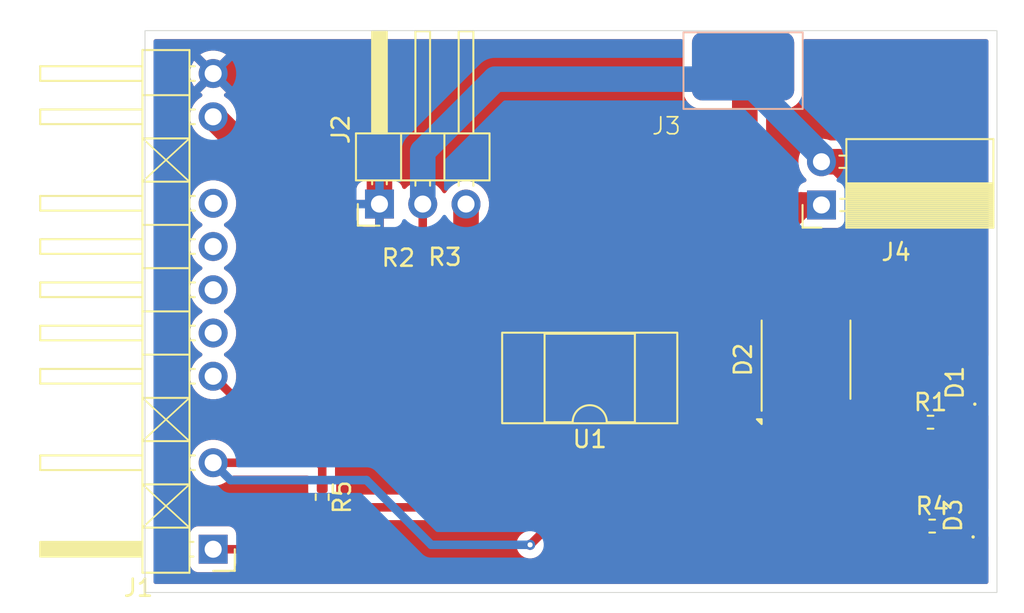
<source format=kicad_pcb>
(kicad_pcb (version 20241229) (generator "pcbnew") (generator_version "9.0")
  (layers (0 "F.Cu" signal) (2 "B.Cu" signal) (13 "F.Paste" user) (15 "B.Paste" user) (5 "F.SilkS" user "F.Silkscreen") (7 "B.SilkS" user "B.Silkscreen") (1 "F.Mask" user) (3 "B.Mask" user) (25 "Edge.Cuts" user))
  (net 0 "")
  (net 1 "Net-(D1-K)")
  (net 2 "Net-(D1-A)")
  (net 3 "Net-(D2-+)")
  (net 4 "Net-(D2--)")
  (net 5 "Net-(J2-Pin_2)")
  (net 6 "Net-(J3-Pin_1)")
  (net 7 "O")
  (net 8 "Net-(D3-K)")
  (net 9 "/GND")
  (net 10 "/+24V")
  (net 11 "GND1")
  (net 13 "+5V")
  (footprint "Resistor_SMD:R_0402_1005Metric_Pad0.72x0.64mm_HandSolder" (layer "F.Cu") (at 110.4 77.4025 -90)
    (property "Reference" "R5" (at 0 -1.17 90) (layer "F.SilkS"))
    (property "Value" "10k")
    (fp_line (start -0.167621 0.38) (end 0.167621 0.38) (stroke (width 0.12)) (layer "F.SilkS"))
    (fp_line (start -0.167621 -0.38) (end 0.167621 -0.38) (stroke (width 0.12)) (layer "F.SilkS"))
    (pad "1" smd roundrect (at -0.5975 0 270) (size 0.715 0.64) (layers "F.Cu" "F.Mask" "F.Paste") (net 11 "GND1"))
    (pad "2" smd roundrect (at 0.5975 0 270) (size 0.715 0.64) (layers "F.Cu" "F.Mask" "F.Paste") (net 7 "O"))
  )
  (footprint "Package_DIP:DIP-4_W7.62mm_SMDSocket_SmallPads" (layer "F.Cu") (at 126.1 70.4 180)
    (property "Reference" "U1" (at 0 -3.6 0) (layer "F.SilkS"))
    (property "Value" "PC817")
    (fp_line (start 2.65 2.6) (end 2.65 -2.6) (stroke (width 0.12)) (layer "F.SilkS"))
    (fp_line (start 2.65 -2.6) (end 1 -2.6) (stroke (width 0.12)) (layer "F.SilkS"))
    (fp_line (start -1 -2.6) (end -2.65 -2.6) (stroke (width 0.12)) (layer "F.SilkS"))
    (fp_line (start -2.65 2.6) (end 2.65 2.6) (stroke (width 0.12)) (layer "F.SilkS"))
    (fp_line (start -2.65 -2.6) (end -2.65 2.6) (stroke (width 0.12)) (layer "F.SilkS"))
    (fp_rect (start -5.14 -2.66) (end 5.14 2.66) (stroke (width 0.12)) (fill no) (layer "F.SilkS"))
    (fp_arc (start 1 -2.6) (mid 0 -1.6) (end -1 -2.6) (stroke (width 0.12)) (layer "F.SilkS"))
    (pad "1" smd roundrect (at -3.81 -1.27 180) (size 1.6 1.6) (layers "F.Cu" "F.Mask" "F.Paste") (roundrect_rratio 0.15625) (net 3 "Net-(D2-+)"))
    (pad "2" smd roundrect (at -3.81 1.27 180) (size 1.6 1.6) (layers "F.Cu" "F.Mask" "F.Paste") (roundrect_rratio 0.15625) (net 2 "Net-(D1-A)"))
    (pad "3" smd roundrect (at 3.81 1.27 180) (size 1.6 1.6) (layers "F.Cu" "F.Mask" "F.Paste") (roundrect_rratio 0.15625) (net 7 "O"))
    (pad "4" smd roundrect (at 3.81 -1.27 180) (size 1.6 1.6) (layers "F.Cu" "F.Mask" "F.Paste") (roundrect_rratio 0.15625) (net 13 "+5V"))
  )
  (footprint "LED_SMD:LED_0402_1005Metric_Pad0.77x0.64mm_HandSolder" (layer "F.Cu") (at 148.7 70.6725 90)
    (property "Reference" "D1" (at 0 -1.17 90) (layer "F.SilkS"))
    (property "Value" "LED")
    (fp_circle (center -1.265 0) (end -1.215 0) (stroke (width 0.1)) (fill no) (layer "F.SilkS"))
    (pad "1" smd roundrect (at -0.5725 0 90) (size 0.765 0.64) (layers "F.Cu" "F.Mask" "F.Paste") (net 1 "Net-(D1-K)"))
    (pad "2" smd roundrect (at 0.5725 0 90) (size 0.765 0.64) (layers "F.Cu" "F.Mask" "F.Paste") (net 2 "Net-(D1-A)"))
  )
  (footprint "Resistor_SMD:R_0201_0603Metric_Pad0.64x0.40mm_HandSolder" (layer "F.Cu") (at 117.6 62.3)
    (property "Reference" "R3" (at 0 1 0) (layer "F.SilkS"))
    (property "Value" "R")
    (pad "1" smd roundrect (at -0.4075 0) (size 0.635 0.4) (layers "F.Cu" "F.Mask") (net 5 "Net-(J2-Pin_2)"))
    (pad "2" smd roundrect (at 0.4075 0) (size 0.635 0.4) (layers "F.Cu" "F.Mask") (net 10 "/+24V"))
  )
  (footprint "Resistor_SMD:R_0402_1005Metric_Pad0.72x0.64mm_HandSolder" (layer "F.Cu") (at 146.1975 79.1)
    (property "Reference" "R4" (at 0 -1.17 0) (layer "F.SilkS"))
    (property "Value" "220")
    (fp_line (start -0.167621 -0.38) (end 0.167621 -0.38) (stroke (width 0.12)) (layer "F.SilkS"))
    (fp_line (start -0.167621 0.38) (end 0.167621 0.38) (stroke (width 0.12)) (layer "F.SilkS"))
    (pad "1" smd roundrect (at -0.5975 0) (size 0.715 0.64) (layers "F.Cu" "F.Mask" "F.Paste") (net 11 "GND1"))
    (pad "2" smd roundrect (at 0.5975 0) (size 0.715 0.64) (layers "F.Cu" "F.Mask" "F.Paste") (net 8 "Net-(D3-K)"))
  )
  (footprint "Connector_PinSocket_2.54mm:PinSocket_1x02_P2.54mm_Horizontal" (layer "F.Cu") (at 139.7 60.24 180)
    (property "Reference" "J4" (at -4.38 -2.77 0) (layer "F.SilkS"))
    (property "Value" "Conn_01x02_Socket")
    (fp_line (start 1.11 -1.33) (end 1.11 0) (stroke (width 0.12)) (layer "F.SilkS"))
    (fp_line (start 0 -1.33) (end 1.11 -1.33) (stroke (width 0.12)) (layer "F.SilkS"))
    (fp_line (start -1.46 2.9) (end -1.05 2.9) (stroke (width 0.12)) (layer "F.SilkS"))
    (fp_line (start -1.46 2.18) (end -1.05 2.18) (stroke (width 0.12)) (layer "F.SilkS"))
    (fp_line (start -1.46 0.36) (end -1.11 0.36) (stroke (width 0.12)) (layer "F.SilkS"))
    (fp_line (start -1.46 -0.36) (end -1.11 -0.36) (stroke (width 0.12)) (layer "F.SilkS"))
    (fp_line (start -1.46 -1.33) (end -1.46 3.87) (stroke (width 0.12)) (layer "F.SilkS"))
    (fp_line (start -10.09 3.87) (end -1.46 3.87) (stroke (width 0.12)) (layer "F.SilkS"))
    (fp_line (start -10.09 1.27) (end -1.46 1.27) (stroke (width 0.12)) (layer "F.SilkS"))
    (fp_line (start -10.09 1.1519) (end -1.46 1.1519) (stroke (width 0.12)) (layer "F.SilkS"))
    (fp_line (start -10.09 1.033805) (end -1.46 1.033805) (stroke (width 0.12)) (layer "F.SilkS"))
    (fp_line (start -10.09 0.91571) (end -1.46 0.91571) (stroke (width 0.12)) (layer "F.SilkS"))
    (fp_line (start -10.09 0.797615) (end -1.46 0.797615) (stroke (width 0.12)) (layer "F.SilkS"))
    (fp_line (start -10.09 0.67952) (end -1.46 0.67952) (stroke (width 0.12)) (layer "F.SilkS"))
    (fp_line (start -10.09 0.561425) (end -1.46 0.561425) (stroke (width 0.12)) (layer "F.SilkS"))
    (fp_line (start -10.09 0.44333) (end -1.46 0.44333) (stroke (width 0.12)) (layer "F.SilkS"))
    (fp_line (start -10.09 0.325235) (end -1.46 0.325235) (stroke (width 0.12)) (layer "F.SilkS"))
    (fp_line (start -10.09 0.20714) (end -1.46 0.20714) (stroke (width 0.12)) (layer "F.SilkS"))
    (fp_line (start -10.09 0.089045) (end -1.46 0.089045) (stroke (width 0.12)) (layer "F.SilkS"))
    (fp_line (start -10.09 -0.02905) (end -1.46 -0.02905) (stroke (width 0.12)) (layer "F.SilkS"))
    (fp_line (start -10.09 -0.147145) (end -1.46 -0.147145) (stroke (width 0.12)) (layer "F.SilkS"))
    (fp_line (start -10.09 -0.26524) (end -1.46 -0.26524) (stroke (width 0.12)) (layer "F.SilkS"))
    (fp_line (start -10.09 -0.383335) (end -1.46 -0.383335) (stroke (width 0.12)) (layer "F.SilkS"))
    (fp_line (start -10.09 -0.50143) (end -1.46 -0.50143) (stroke (width 0.12)) (layer "F.SilkS"))
    (fp_line (start -10.09 -0.619525) (end -1.46 -0.619525) (stroke (width 0.12)) (layer "F.SilkS"))
    (fp_line (start -10.09 -0.73762) (end -1.46 -0.73762) (stroke (width 0.12)) (layer "F.SilkS"))
    (fp_line (start -10.09 -0.855715) (end -1.46 -0.855715) (stroke (width 0.12)) (layer "F.SilkS"))
    (fp_line (start -10.09 -0.97381) (end -1.46 -0.97381) (stroke (width 0.12)) (layer "F.SilkS"))
    (fp_line (start -10.09 -1.091905) (end -1.46 -1.091905) (stroke (width 0.12)) (layer "F.SilkS"))
    (fp_line (start -10.09 -1.21) (end -1.46 -1.21) (stroke (width 0.12)) (layer "F.SilkS"))
    (fp_line (start -10.09 -1.33) (end -1.46 -1.33) (stroke (width 0.12)) (layer "F.SilkS"))
    (fp_line (start -10.09 -1.33) (end -10.09 3.87) (stroke (width 0.12)) (layer "F.SilkS"))
    (pad "1" thru_hole rect (at 0 0 180) (size 1.7 1.7) (drill 1) (layers "*.Cu" "*.Mask") (net 6 "Net-(J3-Pin_1)"))
    (pad "2" thru_hole circle (at 0 2.54 180) (size 1.7 1.7) (drill 1) (layers "*.Cu" "*.Mask") (net 5 "Net-(J2-Pin_2)"))
  )
  (footprint "tuxmio:IO_GPP_PinHeader_1x12_P2.54mm_Horizontal" (layer "F.Cu") (at 104 80.46 180)
    (property "Reference" "J1" (at 4.385 -2.27 0) (layer "F.SilkS"))
    (property "Value" "GPP_Conn_01x12_Pin")
    (fp_line (start 10.15 28.37) (end 4.15 28.37) (stroke (width 0.12)) (layer "F.SilkS"))
    (fp_line (start 10.15 27.51) (end 10.15 28.37) (stroke (width 0.12)) (layer "F.SilkS"))
    (fp_line (start 10.15 25.83) (end 4.15 25.83) (stroke (width 0.12)) (layer "F.SilkS"))
    (fp_line (start 10.15 24.97) (end 10.15 25.83) (stroke (width 0.12)) (layer "F.SilkS"))
    (fp_line (start 10.15 20.75) (end 4.15 20.75) (stroke (width 0.12)) (layer "F.SilkS"))
    (fp_line (start 10.15 19.89) (end 10.15 20.75) (stroke (width 0.12)) (layer "F.SilkS"))
    (fp_line (start 10.15 18.21) (end 4.15 18.21) (stroke (width 0.12)) (layer "F.SilkS"))
    (fp_line (start 10.15 17.35) (end 10.15 18.21) (stroke (width 0.12)) (layer "F.SilkS"))
    (fp_line (start 10.15 15.67) (end 4.15 15.67) (stroke (width 0.12)) (layer "F.SilkS"))
    (fp_line (start 10.15 14.81) (end 10.15 15.67) (stroke (width 0.12)) (layer "F.SilkS"))
    (fp_line (start 10.15 13.13) (end 4.15 13.13) (stroke (width 0.12)) (layer "F.SilkS"))
    (fp_line (start 10.15 12.27) (end 10.15 13.13) (stroke (width 0.12)) (layer "F.SilkS"))
    (fp_line (start 10.15 10.59) (end 4.15 10.59) (stroke (width 0.12)) (layer "F.SilkS"))
    (fp_line (start 10.15 9.73) (end 10.15 10.59) (stroke (width 0.12)) (layer "F.SilkS"))
    (fp_line (start 10.15 5.51) (end 4.15 5.51) (stroke (width 0.12)) (layer "F.SilkS"))
    (fp_line (start 10.15 4.65) (end 10.15 5.51) (stroke (width 0.12)) (layer "F.SilkS"))
    (fp_line (start 4.15 29.32) (end 4.15 -1.38) (stroke (width 0.12)) (layer "F.SilkS"))
    (fp_line (start 4.15 27.51) (end 10.15 27.51) (stroke (width 0.12)) (layer "F.SilkS"))
    (fp_line (start 4.15 24.97) (end 10.15 24.97) (stroke (width 0.12)) (layer "F.SilkS"))
    (fp_line (start 4.15 21.59) (end 1.39 24.13) (stroke (width 0.1)) (layer "F.SilkS"))
    (fp_line (start 4.15 19.89) (end 10.15 19.89) (stroke (width 0.12)) (layer "F.SilkS"))
    (fp_line (start 4.15 17.35) (end 10.15 17.35) (stroke (width 0.12)) (layer "F.SilkS"))
    (fp_line (start 4.15 14.81) (end 10.15 14.81) (stroke (width 0.12)) (layer "F.SilkS"))
    (fp_line (start 4.15 12.27) (end 10.15 12.27) (stroke (width 0.12)) (layer "F.SilkS"))
    (fp_line (start 4.15 9.73) (end 10.15 9.73) (stroke (width 0.12)) (layer "F.SilkS"))
    (fp_line (start 4.15 6.35) (end 1.39 8.89) (stroke (width 0.1)) (layer "F.SilkS"))
    (fp_line (start 4.15 4.65) (end 10.15 4.65) (stroke (width 0.12)) (layer "F.SilkS"))
    (fp_line (start 4.15 1.27) (end 1.39 3.81) (stroke (width 0.1)) (layer "F.SilkS"))
    (fp_line (start 4.15 -1.38) (end 1.39 -1.38) (stroke (width 0.12)) (layer "F.SilkS"))
    (fp_line (start 1.39 29.32) (end 4.15 29.32) (stroke (width 0.12)) (layer "F.SilkS"))
    (fp_line (start 1.39 26.67) (end 4.15 26.67) (stroke (width 0.12)) (layer "F.SilkS"))
    (fp_line (start 1.39 24.13) (end 4.15 24.13) (stroke (width 0.12)) (layer "F.SilkS"))
    (fp_line (start 1.39 21.59) (end 4.15 21.59) (stroke (width 0.12)) (layer "F.SilkS"))
    (fp_line (start 1.39 21.59) (end 4.140788 24.13) (stroke (width 0.1)) (layer "F.SilkS"))
    (fp_line (start 1.39 19.05) (end 4.15 19.05) (stroke (width 0.12)) (layer "F.SilkS"))
    (fp_line (start 1.39 16.51) (end 4.15 16.51) (stroke (width 0.12)) (layer "F.SilkS"))
    (fp_line (start 1.39 13.97) (end 4.15 13.97) (stroke (width 0.12)) (layer "F.SilkS"))
    (fp_line (start 1.39 11.43) (end 4.15 11.43) (stroke (width 0.12)) (layer "F.SilkS"))
    (fp_line (start 1.39 8.89) (end 4.15 8.89) (stroke (width 0.12)) (layer "F.SilkS"))
    (fp_line (start 1.39 6.35) (end 4.15 8.89) (stroke (width 0.1)) (layer "F.SilkS"))
    (fp_line (start 1.39 6.35) (end 4.15 6.35) (stroke (width 0.12)) (layer "F.SilkS"))
    (fp_line (start 1.39 3.81) (end 4.15 3.81) (stroke (width 0.12)) (layer "F.SilkS"))
    (fp_line (start 1.39 1.27) (end 4.15 3.81) (stroke (width 0.1)) (layer "F.SilkS"))
    (fp_line (start 1.39 1.27) (end 4.15 1.27) (stroke (width 0.12)) (layer "F.SilkS"))
    (fp_line (start 1.39 -1.38) (end 1.39 29.32) (stroke (width 0.12)) (layer "F.SilkS"))
    (fp_line (start 1.16 0.43) (end 1.39 0.43) (stroke (width 0.12)) (layer "F.SilkS"))
    (fp_line (start 1.16 -0.43) (end 1.39 -0.43) (stroke (width 0.12)) (layer "F.SilkS"))
    (fp_line (start 1.077358 28.37) (end 1.39 28.37) (stroke (width 0.12)) (layer "F.SilkS"))
    (fp_line (start 1.077358 27.51) (end 1.39 27.51) (stroke (width 0.12)) (layer "F.SilkS"))
    (fp_line (start 1.077358 25.83) (end 1.39 25.83) (stroke (width 0.12)) (layer "F.SilkS"))
    (fp_line (start 1.077358 24.97) (end 1.39 24.97) (stroke (width 0.12)) (layer "F.SilkS"))
    (fp_line (start 1.077358 20.75) (end 1.39 20.75) (stroke (width 0.12)) (layer "F.SilkS"))
    (fp_line (start 1.077358 19.89) (end 1.39 19.89) (stroke (width 0.12)) (layer "F.SilkS"))
    (fp_line (start 1.077358 18.21) (end 1.39 18.21) (stroke (width 0.12)) (layer "F.SilkS"))
    (fp_line (start 1.077358 17.35) (end 1.39 17.35) (stroke (width 0.12)) (layer "F.SilkS"))
    (fp_line (start 1.077358 15.67) (end 1.39 15.67) (stroke (width 0.12)) (layer "F.SilkS"))
    (fp_line (start 1.077358 14.81) (end 1.39 14.81) (stroke (width 0.12)) (layer "F.SilkS"))
    (fp_line (start 1.077358 13.13) (end 1.39 13.13) (stroke (width 0.12)) (layer "F.SilkS"))
    (fp_line (start 1.077358 12.27) (end 1.39 12.27) (stroke (width 0.12)) (layer "F.SilkS"))
    (fp_line (start 1.077358 10.59) (end 1.39 10.59) (stroke (width 0.12)) (layer "F.SilkS"))
    (fp_line (start 1.077358 9.73) (end 1.39 9.73) (stroke (width 0.12)) (layer "F.SilkS"))
    (fp_line (start 1.077358 5.51) (end 1.39 5.51) (stroke (width 0.12)) (layer "F.SilkS"))
    (fp_line (start 1.077358 4.65) (end 1.39 4.65) (stroke (width 0.12)) (layer "F.SilkS"))
    (fp_line (start -1.27 0) (end -1.27 -1.27) (stroke (width 0.12)) (layer "F.SilkS"))
    (fp_line (start -1.27 -1.27) (end 0 -1.27) (stroke (width 0.12)) (layer "F.SilkS"))
    (fp_rect (start 4.15 -0.43) (end 10.15 0.43) (stroke (width 0.12)) (fill yes) (layer "F.SilkS"))
    (pad "1" thru_hole rect (at 0 0 180) (size 1.7 1.7) (drill 1) (layers "*.Cu" "*.Mask") (net 7 "O"))
    (pad "3" thru_hole circle (at 0 5.08 180) (size 1.7 1.7) (drill 1) (layers "*.Cu" "*.Mask") (net 11 "GND1"))
    (pad "5" thru_hole circle (at 0 10.16 180) (size 1.7 1.7) (drill 1) (layers "*.Cu" "*.Mask") (net 13 "+5V"))
    (pad "6" thru_hole circle (at 0 12.7 180) (size 1.7 1.7) (drill 1) (layers "*.Cu" "*.Mask"))
    (pad "7" thru_hole circle (at 0 15.24 180) (size 1.7 1.7) (drill 1) (layers "*.Cu" "*.Mask"))
    (pad "8" thru_hole circle (at 0 17.78 180) (size 1.7 1.7) (drill 1) (layers "*.Cu" "*.Mask"))
    (pad "9" thru_hole circle (at 0 20.32 180) (size 1.7 1.7) (drill 1) (layers "*.Cu" "*.Mask"))
    (pad "11" thru_hole circle (at 0 25.4 180) (size 1.7 1.7) (drill 1) (layers "*.Cu" "*.Mask") (net 10 "/+24V"))
    (pad "12" thru_hole circle (at 0 27.94 180) (size 1.7 1.7) (drill 1) (layers "*.Cu" "*.Mask") (net 9 "/GND"))
  )
  (footprint "Resistor_SMD:R_0201_0603Metric_Pad0.64x0.40mm_HandSolder" (layer "F.Cu") (at 114.8675 62.3 180)
    (property "Reference" "R2" (at 0 -1.05 0) (layer "F.SilkS"))
    (property "Value" "R")
    (pad "1" smd roundrect (at -0.4075 0 180) (size 0.635 0.4) (layers "F.Cu" "F.Mask") (net 5 "Net-(J2-Pin_2)"))
    (pad "2" smd roundrect (at 0.4075 0 180) (size 0.635 0.4) (layers "F.Cu" "F.Mask") (net 9 "/GND"))
  )
  (footprint "Diode_SMD:Diode_Bridge_Diotec_ABS" (layer "F.Cu") (at 138.8 69.325 90)
    (property "Reference" "D2" (at 0 -3.7 90) (layer "F.SilkS"))
    (property "Value" "ABS2")
    (fp_line (start 2.3 -2.61) (end -3 -2.61) (stroke (width 0.12)) (layer "F.SilkS"))
    (fp_line (start 2.3 2.6) (end -2.3 2.6) (stroke (width 0.12)) (layer "F.SilkS"))
    (fp_poly (pts (xy -3.5 -2.61) (xy -3.78 -2.61) (xy -3.5 -2.89) (xy -3.5 -2.61)) (stroke (width 0.12)) (fill yes) (layer "F.SilkS"))
    (pad "1" smd rect (at -2.975 -2 90) (size 1 0.7) (layers "F.Cu" "F.Mask" "F.Paste") (net 3 "Net-(D2-+)"))
    (pad "2" smd rect (at -2.975 2 90) (size 1 0.7) (layers "F.Cu" "F.Mask" "F.Paste") (net 4 "Net-(D2--)"))
    (pad "3" smd rect (at 2.975 2 90) (size 1 0.7) (layers "F.Cu" "F.Mask" "F.Paste") (net 5 "Net-(J2-Pin_2)"))
    (pad "4" smd rect (at 2.975 -2 90) (size 1 0.7) (layers "F.Cu" "F.Mask" "F.Paste") (net 6 "Net-(J3-Pin_1)"))
  )
  (footprint "Connector_PinHeader_2.54mm:PinHeader_1x03_P2.54mm_Horizontal" (layer "F.Cu") (at 113.76 60.185 90)
    (property "Reference" "J2" (at 4.385 -2.27 90) (layer "F.SilkS"))
    (property "Value" "Conn_01x03_Pin")
    (fp_line (start 4.15 -1.38) (end 1.39 -1.38) (stroke (width 0.12)) (layer "F.SilkS"))
    (fp_line (start 1.39 -1.38) (end 1.39 6.46) (stroke (width 0.12)) (layer "F.SilkS"))
    (fp_line (start -1.27 -1.27) (end 0 -1.27) (stroke (width 0.12)) (layer "F.SilkS"))
    (fp_line (start 1.16 -0.43) (end 1.39 -0.43) (stroke (width 0.12)) (layer "F.SilkS"))
    (fp_line (start -1.27 0) (end -1.27 -1.27) (stroke (width 0.12)) (layer "F.SilkS"))
    (fp_line (start 1.16 0.43) (end 1.39 0.43) (stroke (width 0.12)) (layer "F.SilkS"))
    (fp_line (start 1.39 1.27) (end 4.15 1.27) (stroke (width 0.12)) (layer "F.SilkS"))
    (fp_line (start 10.15 2.11) (end 10.15 2.97) (stroke (width 0.12)) (layer "F.SilkS"))
    (fp_line (start 4.15 2.11) (end 10.15 2.11) (stroke (width 0.12)) (layer "F.SilkS"))
    (fp_line (start 1.077358 2.11) (end 1.39 2.11) (stroke (width 0.12)) (layer "F.SilkS"))
    (fp_line (start 10.15 2.97) (end 4.15 2.97) (stroke (width 0.12)) (layer "F.SilkS"))
    (fp_line (start 1.077358 2.97) (end 1.39 2.97) (stroke (width 0.12)) (layer "F.SilkS"))
    (fp_line (start 1.39 3.81) (end 4.15 3.81) (stroke (width 0.12)) (layer "F.SilkS"))
    (fp_line (start 10.15 4.65) (end 10.15 5.51) (stroke (width 0.12)) (layer "F.SilkS"))
    (fp_line (start 4.15 4.65) (end 10.15 4.65) (stroke (width 0.12)) (layer "F.SilkS"))
    (fp_line (start 1.077358 4.65) (end 1.39 4.65) (stroke (width 0.12)) (layer "F.SilkS"))
    (fp_line (start 10.15 5.51) (end 4.15 5.51) (stroke (width 0.12)) (layer "F.SilkS"))
    (fp_line (start 1.077358 5.51) (end 1.39 5.51) (stroke (width 0.12)) (layer "F.SilkS"))
    (fp_line (start 4.15 6.46) (end 4.15 -1.38) (stroke (width 0.12)) (layer "F.SilkS"))
    (fp_line (start 1.39 6.46) (end 4.15 6.46) (stroke (width 0.12)) (layer "F.SilkS"))
    (fp_rect (start 4.15 -0.43) (end 10.15 0.43) (stroke (width 0.12)) (fill yes) (layer "F.SilkS"))
    (pad "1" thru_hole rect (at 0 0 90) (size 1.7 1.7) (drill 1) (layers "*.Cu" "*.Mask") (net 9 "/GND"))
    (pad "2" thru_hole circle (at 0 2.54 90) (size 1.7 1.7) (drill 1) (layers "*.Cu" "*.Mask") (net 5 "Net-(J2-Pin_2)"))
    (pad "3" thru_hole circle (at 0 5.08 90) (size 1.7 1.7) (drill 1) (layers "*.Cu" "*.Mask") (net 10 "/+24V"))
  )
  (footprint "Resistor_SMD:R_0402_1005Metric_Pad0.72x0.64mm_HandSolder" (layer "F.Cu") (at 146.1 73)
    (property "Reference" "R1" (at 0 -1.17 0) (layer "F.SilkS"))
    (property "Value" "2k2")
    (fp_line (start -0.167621 -0.38) (end 0.167621 -0.38) (stroke (width 0.12)) (layer "F.SilkS"))
    (fp_line (start -0.167621 0.38) (end 0.167621 0.38) (stroke (width 0.12)) (layer "F.SilkS"))
    (pad "1" smd roundrect (at -0.5975 0) (size 0.715 0.64) (layers "F.Cu" "F.Mask" "F.Paste") (net 4 "Net-(D2--)"))
    (pad "2" smd roundrect (at 0.5975 0) (size 0.715 0.64) (layers "F.Cu" "F.Mask" "F.Paste") (net 1 "Net-(D1-K)"))
  )
  (footprint "LED_SMD:LED_0402_1005Metric_Pad0.77x0.64mm_HandSolder" (layer "F.Cu") (at 148.6 78.4725 90)
    (property "Reference" "D3" (at 0 -1.17 90) (layer "F.SilkS"))
    (property "Value" "LED")
    (fp_circle (center -1.265 0) (end -1.215 0) (stroke (width 0.1)) (fill no) (layer "F.SilkS"))
    (pad "1" smd roundrect (at -0.5725 0 90) (size 0.765 0.64) (layers "F.Cu" "F.Mask" "F.Paste") (net 8 "Net-(D3-K)"))
    (pad "2" smd roundrect (at 0.5725 0 90) (size 0.765 0.64) (layers "F.Cu" "F.Mask" "F.Paste") (net 7 "O"))
  )
  (footprint "tuxmio:KF141x_SMD" (layer "F.Cu") (at 135.1 50.1)
    (property "Reference" "J3" (at -4.5 5.5 0) (layer "F.SilkS") (effects (font (thickness 0.1))))
    (property "Value" "Conn_01x02_Socket")
    (fp_rect (start -3.5 0) (end 3.5 4.5) (stroke (width 0.1)) (fill no) (layer "F.SilkS"))
    (fp_rect (start -3.5 0) (end 3.5 4.5) (stroke (width 0.1)) (fill no) (layer "B.SilkS"))
    (pad "1" smd roundrect (at 0 2) (size 6 4) (layers "F.Cu" "F.Mask" "F.Paste") (roundrect_rratio 0.15) (net 6 "Net-(J3-Pin_1)"))
    (pad "2" smd roundrect (at 0 2) (size 6 4) (layers "B.Cu" "B.Mask" "B.Paste") (roundrect_rratio 0.15) (net 5 "Net-(J2-Pin_2)") (padstack (mode custom) (layer "B.Cu" (shape roundrect) (size 6 4) (roundrect_rratio 0.15))))
  )
  (gr_rect (start 100 50) (end 150 83) (stroke (width 0.05)) (fill no) (layer "Edge.Cuts"))
  (segment (start 148.7 72.1) (end 147.8 73) (width 0.5) (layer "F.Cu") (net 1))
  (segment (start 148.7 71.245) (end 148.7 72.1) (width 0.5) (layer "F.Cu") (net 1))
  (segment (start 147.8 73) (end 146.6975 73) (width 0.5) (layer "F.Cu") (net 1))
  (segment (start 148.7 69.6) (end 148.7 70.1) (width 0.5) (layer "F.Cu") (net 2))
  (segment (start 129.91 69.13) (end 148.23 69.13) (width 0.5) (layer "F.Cu") (net 2))
  (segment (start 148.23 69.13) (end 148.7 69.6) (width 0.5) (layer "F.Cu") (net 2))
  (segment (start 129.91 73.11) (end 129.91 71.67) (width 0.5) (layer "F.Cu") (net 3))
  (segment (start 136.8 72.3) (end 136.8 73.8) (width 0.5) (layer "F.Cu") (net 3))
  (segment (start 136.1 74.5) (end 131.3 74.5) (width 0.5) (layer "F.Cu") (net 3))
  (segment (start 131.3 74.5) (end 129.91 73.11) (width 0.5) (layer "F.Cu") (net 3))
  (segment (start 136.8 73.8) (end 136.1 74.5) (width 0.5) (layer "F.Cu") (net 3))
  (segment (start 145.5025 73) (end 141.5 73) (width 0.5) (layer "F.Cu") (net 4))
  (segment (start 141.5 73) (end 140.8 72.3) (width 0.5) (layer "F.Cu") (net 4))
  (segment (start 140.7 57.7) (end 139.7 57.7) (width 1.5) (layer "F.Cu") (net 5))
  (segment (start 142.2 59.2) (end 140.7 57.7) (width 1.5) (layer "F.Cu") (net 5))
  (segment (start 140.8 65.4) (end 142.2 64) (width 1.5) (layer "F.Cu") (net 5))
  (segment (start 140.8 66.35) (end 140.8 65.4) (width 1.5) (layer "F.Cu") (net 5))
  (segment (start 116.5 62.3) (end 116.3 62.1) (width 0.5) (layer "F.Cu") (net 5))
  (segment (start 116.5 62.3) (end 115.275 62.3) (width 0.5) (layer "F.Cu") (net 5))
  (segment (start 142.2 64) (end 142.2 59.2) (width 1.5) (layer "F.Cu") (net 5))
  (segment (start 116.3 62.1) (end 116.3 60.185) (width 0.5) (layer "F.Cu") (net 5))
  (segment (start 117.1925 62.3) (end 116.5 62.3) (width 0.5) (layer "F.Cu") (net 5))
  (segment (start 139.7 57.7) (end 139.7 57.35) (width 1.5) (layer "B.Cu") (net 5))
  (segment (start 135.1 52.75) (end 135.1 52.1) (width 1.5) (layer "B.Cu") (net 5))
  (segment (start 120.55 52.85) (end 116.3 57.1) (width 1.5) (layer "B.Cu") (net 5))
  (segment (start 135.1 52.1) (end 134.35 52.85) (width 1.5) (layer "B.Cu") (net 5))
  (segment (start 134.35 52.85) (end 120.55 52.85) (width 1.5) (layer "B.Cu") (net 5))
  (segment (start 116.3 57.1) (end 116.3 60.185) (width 1.5) (layer "B.Cu") (net 5))
  (segment (start 139.7 57.35) (end 135.1 52.75) (width 1.5) (layer "B.Cu") (net 5))
  (segment (start 138.5 60.24) (end 137.64 60.24) (width 1.5) (layer "F.Cu") (net 6))
  (segment (start 136.8 66.35) (end 136.8 61.94) (width 1.5) (layer "F.Cu") (net 6))
  (segment (start 135.2 57.8) (end 135.2 52.2) (width 1.5) (layer "F.Cu") (net 6))
  (segment (start 137.64 60.24) (end 135.2 57.8) (width 1.5) (layer "F.Cu") (net 6))
  (segment (start 139.7 60.24) (end 138.5 60.24) (width 1.5) (layer "F.Cu") (net 6))
  (segment (start 136.8 61.94) (end 138.5 60.24) (width 1.5) (layer "F.Cu") (net 6))
  (segment (start 135.2 52.2) (end 135.1 52.1) (width 1.5) (layer "F.Cu") (net 6))
  (segment (start 124.43 69.13) (end 122.29 69.13) (width 0.5) (layer "F.Cu") (net 7))
  (segment (start 128.3 76.9) (end 125.45 74.05) (width 0.5) (layer "F.Cu") (net 7))
  (segment (start 110.4 79.2) (end 110.4 78) (width 0.5) (layer "F.Cu") (net 7))
  (segment (start 125.45 74.05) (end 125.6 73.9) (width 0.5) (layer "F.Cu") (net 7))
  (segment (start 148.2 76.9) (end 128.3 76.9) (width 0.5) (layer "F.Cu") (net 7))
  (segment (start 121.5 78) (end 125.45 74.05) (width 0.5) (layer "F.Cu") (net 7))
  (segment (start 125.6 73.9) (end 125.6 70.3) (width 0.5) (layer "F.Cu") (net 7))
  (segment (start 109.14 80.46) (end 110.4 79.2) (width 0.5) (layer "F.Cu") (net 7))
  (segment (start 148.6 77.3) (end 148.2 76.9) (width 0.5) (layer "F.Cu") (net 7))
  (segment (start 125.6 70.3) (end 124.43 69.13) (width 0.5) (layer "F.Cu") (net 7))
  (segment (start 110.4 78) (end 121.5 78) (width 0.5) (layer "F.Cu") (net 7))
  (segment (start 104 80.46) (end 109.14 80.46) (width 0.5) (layer "F.Cu") (net 7))
  (segment (start 148.6 77.9) (end 148.6 77.3) (width 0.5) (layer "F.Cu") (net 7))
  (segment (start 148.6 79.045) (end 147.355 79.045) (width 0.5) (layer "F.Cu") (net 8))
  (segment (start 147.355 79.045) (end 147.3 79.1) (width 0.5) (layer "F.Cu") (net 8))
  (segment (start 147.3 79.1) (end 146.795 79.1) (width 0.5) (layer "F.Cu") (net 8))
  (segment (start 108.72 52.52) (end 113.76 57.56) (width 1.5) (layer "F.Cu") (net 9))
  (segment (start 114.1 62.3) (end 113.76 61.96) (width 0.5) (layer "F.Cu") (net 9))
  (segment (start 113.76 57.56) (end 113.76 60.185) (width 1.5) (layer "F.Cu") (net 9))
  (segment (start 114.46 62.3) (end 114.1 62.3) (width 0.5) (layer "F.Cu") (net 9))
  (segment (start 104 52.52) (end 108.72 52.52) (width 1.5) (layer "F.Cu") (net 9))
  (segment (start 113.76 61.96) (end 113.76 60.185) (width 0.5) (layer "F.Cu") (net 9))
  (segment (start 118.74 62.3) (end 118.84 62.2) (width 0.5) (layer "F.Cu") (net 10))
  (segment (start 104 55.06) (end 113.84 64.9) (width 1.5) (layer "F.Cu") (net 10))
  (segment (start 113.84 64.9) (end 118 64.9) (width 1.5) (layer "F.Cu") (net 10))
  (segment (start 118 64.9) (end 118.84 64.06) (width 1.5) (layer "F.Cu") (net 10))
  (segment (start 118.0075 62.3) (end 118.74 62.3) (width 0.5) (layer "F.Cu") (net 10))
  (segment (start 118.84 64.06) (end 118.84 62.2) (width 1.5) (layer "F.Cu") (net 10))
  (segment (start 118.84 62.2) (end 118.84 60.185) (width 1.5) (layer "F.Cu") (net 10))
  (segment (start 104 75.38) (end 110.18 75.38) (width 0.5) (layer "F.Cu") (net 11))
  (segment (start 110.18 75.38) (end 110.4 75.6) (width 0.5) (layer "F.Cu") (net 11))
  (segment (start 145.6 79.1) (end 123.7 79.1) (width 0.5) (layer "F.Cu") (net 11))
  (segment (start 123.7 79.1) (end 122.6 80.2) (width 0.5) (layer "F.Cu") (net 11))
  (segment (start 110.4 75.6) (end 110.4 76.805) (width 0.5) (layer "F.Cu") (net 11))
  (via (at 122.6 80.2) (size 0.6) (drill 0.3) (layers "F.Cu" "B.Cu") (net 11))
  (segment (start 116.8 80.2) (end 113 76.4) (width 0.5) (layer "B.Cu") (net 11))
  (segment (start 113 76.4) (end 105.02 76.4) (width 0.5) (layer "B.Cu") (net 11))
  (segment (start 122.6 80.2) (end 116.8 80.2) (width 0.5) (layer "B.Cu") (net 11))
  (segment (start 105.02 76.4) (end 104 75.38) (width 0.5) (layer "B.Cu") (net 11))
  (segment (start 122.29 71.67) (end 105.37 71.67) (width 0.5) (layer "F.Cu") (net 13))
  (segment (start 105.37 71.67) (end 104 70.3) (width 0.5) (layer "F.Cu") (net 13))
  (zone (net 9) (net_name "/GND") (layer "F.Cu") (connect_pads (clearance 0.5)) (min_thickness 0.25) (fill yes (thermal_gap 0.5) (thermal_bridge_width 0.5))
    (polygon (pts (xy 99.2 48.9) (xy 151.3 49) (xy 151.1 83.7) (xy 98.923777 83.676223) (xy 99 83.7)))
  )
  (zone (net 9) (net_name "/GND") (layer "B.Cu") (priority 1) (connect_pads (clearance 0.5)) (min_thickness 0.25) (fill yes (thermal_gap 0.5) (thermal_bridge_width 0.5))
    (polygon (pts (xy 98.5 48.2) (xy 151.6 48.3) (xy 151.5 84.2) (xy 98.6 84)))
  )
)
</source>
